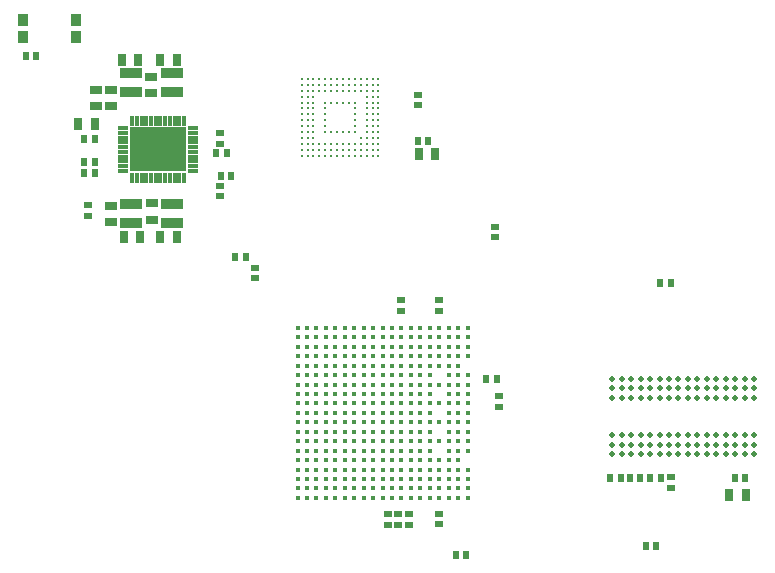
<source format=gts>
G04 Layer_Color=8388736*
%FSLAX43Y43*%
%MOMM*%
G71*
G01*
G75*
%ADD18C,0.400*%
%ADD43R,0.800X0.610*%
%ADD44R,0.610X0.800*%
%ADD45R,0.660X0.610*%
%ADD46R,0.850X1.100*%
%ADD47R,0.740X0.990*%
%ADD48R,0.610X0.660*%
%ADD49C,0.330*%
%ADD50C,0.500*%
%ADD51R,0.990X0.740*%
%ADD52R,1.900X0.900*%
%ADD53R,0.300X0.900*%
%ADD54R,4.700X3.700*%
%ADD55R,0.900X0.300*%
D18*
X35200Y58700D02*
D03*
X33600D02*
D03*
X32000D02*
D03*
X30400D02*
D03*
X28800D02*
D03*
X28000D02*
D03*
X27200D02*
D03*
X26400D02*
D03*
X25600D02*
D03*
X24800D02*
D03*
X36000Y59500D02*
D03*
X35200D02*
D03*
X34400D02*
D03*
X33600D02*
D03*
X32800D02*
D03*
X32000D02*
D03*
X31200D02*
D03*
X29600D02*
D03*
X28800D02*
D03*
X28000D02*
D03*
X27200D02*
D03*
X26400D02*
D03*
X25600D02*
D03*
X24800D02*
D03*
X35200Y60300D02*
D03*
X34400D02*
D03*
X33600D02*
D03*
X32800D02*
D03*
X32000D02*
D03*
X31200D02*
D03*
X30400D02*
D03*
X28800D02*
D03*
X28000D02*
D03*
X27200D02*
D03*
X26400D02*
D03*
X25600D02*
D03*
X24800D02*
D03*
X36000Y61100D02*
D03*
X35200D02*
D03*
X34400D02*
D03*
X33600D02*
D03*
X32800D02*
D03*
X32000D02*
D03*
X31200D02*
D03*
X29600D02*
D03*
X28800D02*
D03*
X28000D02*
D03*
X27200D02*
D03*
X26400D02*
D03*
X25600D02*
D03*
X24800D02*
D03*
X35200Y61900D02*
D03*
X34400D02*
D03*
X33600D02*
D03*
X32800D02*
D03*
X32000D02*
D03*
X31200D02*
D03*
X30400D02*
D03*
X28800D02*
D03*
X28000D02*
D03*
X27200D02*
D03*
X26400D02*
D03*
X25600D02*
D03*
X24800D02*
D03*
X36000Y62700D02*
D03*
X35200D02*
D03*
X34400D02*
D03*
X33600D02*
D03*
X32800D02*
D03*
X32000D02*
D03*
X31200D02*
D03*
X29600D02*
D03*
X28800D02*
D03*
X28000D02*
D03*
X27200D02*
D03*
X26400D02*
D03*
X25600D02*
D03*
X24800D02*
D03*
X35200Y63500D02*
D03*
X34400D02*
D03*
X33600D02*
D03*
X32800D02*
D03*
X32000D02*
D03*
X28800D02*
D03*
X28000D02*
D03*
X27200D02*
D03*
X26400D02*
D03*
X25600D02*
D03*
X24800D02*
D03*
X36000Y64300D02*
D03*
X34400D02*
D03*
X32800D02*
D03*
X28800D02*
D03*
X28000D02*
D03*
X27200D02*
D03*
X26400D02*
D03*
X25600D02*
D03*
X24800D02*
D03*
X35200Y65100D02*
D03*
X33600D02*
D03*
X32000D02*
D03*
X28800D02*
D03*
X28000D02*
D03*
X27200D02*
D03*
X26400D02*
D03*
X25600D02*
D03*
X24800D02*
D03*
X36000Y65900D02*
D03*
X35200D02*
D03*
X34400D02*
D03*
X33600D02*
D03*
X32800D02*
D03*
X32000D02*
D03*
X31200D02*
D03*
X30400D02*
D03*
X29600D02*
D03*
X28800D02*
D03*
X28000D02*
D03*
X27200D02*
D03*
X26400D02*
D03*
X25600D02*
D03*
X24800D02*
D03*
X36000Y66700D02*
D03*
X35200D02*
D03*
X34400D02*
D03*
X33600D02*
D03*
X32800D02*
D03*
X32000D02*
D03*
X31200D02*
D03*
X30400D02*
D03*
X29600D02*
D03*
X28800D02*
D03*
X28000D02*
D03*
X27200D02*
D03*
X26400D02*
D03*
X25600D02*
D03*
X24800D02*
D03*
X36000Y67500D02*
D03*
X35200D02*
D03*
X34400D02*
D03*
X33600D02*
D03*
X32800D02*
D03*
X32000D02*
D03*
X31200D02*
D03*
X30400D02*
D03*
X29600D02*
D03*
X28800D02*
D03*
X28000D02*
D03*
X27200D02*
D03*
X26400D02*
D03*
X25600D02*
D03*
X24800D02*
D03*
X36000Y68300D02*
D03*
X35200D02*
D03*
X34400D02*
D03*
X33600D02*
D03*
X32800D02*
D03*
X32000D02*
D03*
X31200D02*
D03*
X30400D02*
D03*
X29600D02*
D03*
X28800D02*
D03*
X28000D02*
D03*
X27200D02*
D03*
X26400D02*
D03*
X25600D02*
D03*
X24800D02*
D03*
X36000Y69100D02*
D03*
X35200D02*
D03*
X34400D02*
D03*
X33600D02*
D03*
X32800D02*
D03*
X32000D02*
D03*
X31200D02*
D03*
X30400D02*
D03*
X29600D02*
D03*
X28800D02*
D03*
X28000D02*
D03*
X27200D02*
D03*
X26400D02*
D03*
X25600D02*
D03*
X24800D02*
D03*
X36000Y69900D02*
D03*
X35200D02*
D03*
X34400D02*
D03*
X33600D02*
D03*
X32800D02*
D03*
X32000D02*
D03*
X31200D02*
D03*
X30400D02*
D03*
X29600D02*
D03*
X28800D02*
D03*
X28000D02*
D03*
X27200D02*
D03*
X26400D02*
D03*
X25600D02*
D03*
X24800D02*
D03*
X32800Y65100D02*
D03*
X34400D02*
D03*
X36000D02*
D03*
X32000Y64300D02*
D03*
X33600D02*
D03*
X35200D02*
D03*
X36000Y63500D02*
D03*
X30400Y62700D02*
D03*
X29600Y61900D02*
D03*
X30400Y61100D02*
D03*
X36000Y61900D02*
D03*
X29600Y60300D02*
D03*
X30400Y59500D02*
D03*
X36000Y60300D02*
D03*
X29600Y58700D02*
D03*
X31200D02*
D03*
X32800D02*
D03*
X34400D02*
D03*
X36000D02*
D03*
X37600Y58700D02*
D03*
X39200Y60300D02*
D03*
Y61900D02*
D03*
Y63500D02*
D03*
X38400Y64300D02*
D03*
X39200Y65100D02*
D03*
X37600D02*
D03*
X36800Y69900D02*
D03*
X37600D02*
D03*
X38400D02*
D03*
X39200D02*
D03*
X36800Y69100D02*
D03*
X37600D02*
D03*
X38400D02*
D03*
X39200D02*
D03*
X36800Y68300D02*
D03*
X37600D02*
D03*
X38400D02*
D03*
X39200D02*
D03*
X36800Y67500D02*
D03*
X37600D02*
D03*
X38400D02*
D03*
X39200D02*
D03*
X36800Y66700D02*
D03*
X37600D02*
D03*
X38400D02*
D03*
X37600Y65900D02*
D03*
X38400D02*
D03*
X39200D02*
D03*
X36800Y65100D02*
D03*
X38400D02*
D03*
X37600Y64300D02*
D03*
X39200D02*
D03*
X36800Y63500D02*
D03*
X37600D02*
D03*
X38400D02*
D03*
X37600Y62700D02*
D03*
X38400D02*
D03*
X39200D02*
D03*
X36800Y61900D02*
D03*
X37600D02*
D03*
X38400D02*
D03*
X37600Y61100D02*
D03*
X38400D02*
D03*
X39200D02*
D03*
X36800Y60300D02*
D03*
X37600D02*
D03*
X38400D02*
D03*
X37600Y59500D02*
D03*
X38400D02*
D03*
X39200D02*
D03*
X36800Y58700D02*
D03*
X38400D02*
D03*
Y55500D02*
D03*
X36800D02*
D03*
X39200Y56300D02*
D03*
X38400D02*
D03*
X37600D02*
D03*
X36800D02*
D03*
X38400Y57100D02*
D03*
X37600D02*
D03*
X36800D02*
D03*
X39200Y57900D02*
D03*
X38400D02*
D03*
X37600D02*
D03*
X36800D02*
D03*
X39200Y57100D02*
D03*
X37600Y55500D02*
D03*
X39200D02*
D03*
X36000Y55500D02*
D03*
X34400D02*
D03*
X32800D02*
D03*
X31200D02*
D03*
X29600D02*
D03*
X36000Y57100D02*
D03*
X30400Y56300D02*
D03*
X29600Y57100D02*
D03*
X30400Y57900D02*
D03*
X24800D02*
D03*
X25600D02*
D03*
X26400D02*
D03*
X27200D02*
D03*
X28000D02*
D03*
X28800D02*
D03*
X29600D02*
D03*
X31200D02*
D03*
X32000D02*
D03*
X32800D02*
D03*
X33600D02*
D03*
X34400D02*
D03*
X35200D02*
D03*
X36000D02*
D03*
X24800Y57100D02*
D03*
X25600D02*
D03*
X26400D02*
D03*
X27200D02*
D03*
X28000D02*
D03*
X28800D02*
D03*
X30400D02*
D03*
X31200D02*
D03*
X32000D02*
D03*
X32800D02*
D03*
X33600D02*
D03*
X34400D02*
D03*
X35200D02*
D03*
X24800Y56300D02*
D03*
X25600D02*
D03*
X26400D02*
D03*
X27200D02*
D03*
X28000D02*
D03*
X28800D02*
D03*
X29600D02*
D03*
X31200D02*
D03*
X32000D02*
D03*
X32800D02*
D03*
X33600D02*
D03*
X34400D02*
D03*
X35200D02*
D03*
X36000D02*
D03*
X24800Y55500D02*
D03*
X25600D02*
D03*
X26400D02*
D03*
X27200D02*
D03*
X28000D02*
D03*
X28800D02*
D03*
X30400D02*
D03*
X32000D02*
D03*
X33600D02*
D03*
X35200D02*
D03*
X29600Y65100D02*
D03*
X30400D02*
D03*
X31200D02*
D03*
X29600Y64300D02*
D03*
X30400D02*
D03*
X31200D02*
D03*
X29600Y63500D02*
D03*
X30400D02*
D03*
X31200D02*
D03*
D43*
X41875Y64100D02*
D03*
X41875Y63200D02*
D03*
X35025Y89625D02*
D03*
Y88725D02*
D03*
X21175Y74100D02*
D03*
Y75000D02*
D03*
X56460Y57230D02*
D03*
Y56330D02*
D03*
X18250Y81050D02*
D03*
Y81950D02*
D03*
D44*
X41670Y65580D02*
D03*
X40770D02*
D03*
X20425Y75900D02*
D03*
X19525D02*
D03*
D45*
X33590Y71350D02*
D03*
Y72250D02*
D03*
X36800Y71350D02*
D03*
Y72250D02*
D03*
X32450Y54140D02*
D03*
Y53240D02*
D03*
X33325Y54125D02*
D03*
Y53225D02*
D03*
X34200D02*
D03*
Y54125D02*
D03*
X36790Y53260D02*
D03*
Y54160D02*
D03*
X41520Y78450D02*
D03*
Y77550D02*
D03*
X18200Y86400D02*
D03*
Y85500D02*
D03*
X7100Y79400D02*
D03*
Y80300D02*
D03*
D46*
X6050Y96000D02*
D03*
Y94500D02*
D03*
X1600Y96000D02*
D03*
Y94500D02*
D03*
D47*
X35050Y84625D02*
D03*
X36450D02*
D03*
X61360Y55780D02*
D03*
X62760D02*
D03*
X13200Y92575D02*
D03*
X14600D02*
D03*
X11300D02*
D03*
X9900D02*
D03*
X10100Y77550D02*
D03*
X11500D02*
D03*
X14600D02*
D03*
X13200D02*
D03*
X7625Y87150D02*
D03*
X6225D02*
D03*
D48*
X1775Y92950D02*
D03*
X2675D02*
D03*
X34975Y85725D02*
D03*
X35875D02*
D03*
X19200Y82750D02*
D03*
X18300D02*
D03*
X51250Y57170D02*
D03*
X52150D02*
D03*
X52940D02*
D03*
X53840D02*
D03*
X38180Y50630D02*
D03*
X39080D02*
D03*
X55170Y51400D02*
D03*
X54270D02*
D03*
X55560Y57170D02*
D03*
X54660D02*
D03*
X62700D02*
D03*
X61800D02*
D03*
X55530Y73680D02*
D03*
X56430D02*
D03*
X6750Y83950D02*
D03*
X7650D02*
D03*
X6750Y83050D02*
D03*
X7650D02*
D03*
X17925Y84725D02*
D03*
X18825D02*
D03*
X7650Y85850D02*
D03*
X6750D02*
D03*
D49*
X31650Y84475D02*
D03*
X31150D02*
D03*
X30650D02*
D03*
X30150D02*
D03*
X29650D02*
D03*
X29150D02*
D03*
X28650D02*
D03*
X28150D02*
D03*
X27650D02*
D03*
X27150D02*
D03*
X26650D02*
D03*
X26150D02*
D03*
X25650D02*
D03*
X25150D02*
D03*
X31650Y84975D02*
D03*
X31150D02*
D03*
X30650D02*
D03*
X30150D02*
D03*
X29650D02*
D03*
X29150D02*
D03*
X28650D02*
D03*
X28150D02*
D03*
X27650D02*
D03*
X27150D02*
D03*
X26650D02*
D03*
X26150D02*
D03*
X25650D02*
D03*
X25150D02*
D03*
X31650Y85475D02*
D03*
X31150D02*
D03*
X30650D02*
D03*
X30150D02*
D03*
X29650D02*
D03*
X29150D02*
D03*
X28650D02*
D03*
X28150D02*
D03*
X27650D02*
D03*
X27150D02*
D03*
X26650D02*
D03*
X26150D02*
D03*
X25650D02*
D03*
X25150D02*
D03*
X31650Y85975D02*
D03*
X31150D02*
D03*
X30650D02*
D03*
X30150D02*
D03*
X26150D02*
D03*
X25650D02*
D03*
X25150D02*
D03*
X31650Y86475D02*
D03*
X31150D02*
D03*
X30650D02*
D03*
X29650D02*
D03*
X29150D02*
D03*
X28650D02*
D03*
X28150D02*
D03*
X27650D02*
D03*
X27150D02*
D03*
X26150D02*
D03*
X25650D02*
D03*
X25150D02*
D03*
X31650Y86975D02*
D03*
X31150D02*
D03*
X30650D02*
D03*
X29650D02*
D03*
X27150D02*
D03*
X26150D02*
D03*
X25650D02*
D03*
X25150D02*
D03*
X31650Y87475D02*
D03*
X31150D02*
D03*
X30650D02*
D03*
X29650D02*
D03*
X27150D02*
D03*
X26150D02*
D03*
X25650D02*
D03*
X25150D02*
D03*
X31650Y87975D02*
D03*
X31150D02*
D03*
X30650D02*
D03*
X29650D02*
D03*
X27150D02*
D03*
X26150D02*
D03*
X25650D02*
D03*
X25150D02*
D03*
X31650Y88475D02*
D03*
X31150D02*
D03*
X30650D02*
D03*
X29650D02*
D03*
X27150D02*
D03*
X26150D02*
D03*
X25650D02*
D03*
X25150D02*
D03*
X31650Y88975D02*
D03*
X31150D02*
D03*
X30650D02*
D03*
X29650D02*
D03*
X29150D02*
D03*
X28650D02*
D03*
X28150D02*
D03*
X27650D02*
D03*
X27150D02*
D03*
X26150D02*
D03*
X25650D02*
D03*
X25150D02*
D03*
X31650Y89475D02*
D03*
X31150D02*
D03*
X30650D02*
D03*
X26150D02*
D03*
X25650D02*
D03*
X25150D02*
D03*
X31650Y89975D02*
D03*
X31150D02*
D03*
X30650D02*
D03*
X30150D02*
D03*
X29650D02*
D03*
X29150D02*
D03*
X28650D02*
D03*
X28150D02*
D03*
X27650D02*
D03*
X27150D02*
D03*
X26650D02*
D03*
X26150D02*
D03*
X25650D02*
D03*
X25150D02*
D03*
X31650Y90475D02*
D03*
X31150D02*
D03*
X30650D02*
D03*
X30150D02*
D03*
X29650D02*
D03*
X29150D02*
D03*
X28650D02*
D03*
X28150D02*
D03*
X27650D02*
D03*
X27150D02*
D03*
X26650D02*
D03*
X26150D02*
D03*
X25650D02*
D03*
X25150D02*
D03*
X31650Y90975D02*
D03*
X31150D02*
D03*
X30650D02*
D03*
X30150D02*
D03*
X29650D02*
D03*
X29150D02*
D03*
X28650D02*
D03*
X28150D02*
D03*
X27650D02*
D03*
X27150D02*
D03*
X26650D02*
D03*
X26150D02*
D03*
X25650D02*
D03*
X25150D02*
D03*
D50*
X51450Y59200D02*
D03*
Y60000D02*
D03*
Y60800D02*
D03*
Y64000D02*
D03*
Y64800D02*
D03*
Y65600D02*
D03*
X52250Y59200D02*
D03*
Y60000D02*
D03*
Y60800D02*
D03*
Y64000D02*
D03*
Y64800D02*
D03*
Y65600D02*
D03*
X53050Y59200D02*
D03*
Y60000D02*
D03*
Y60800D02*
D03*
Y64000D02*
D03*
Y64800D02*
D03*
Y65600D02*
D03*
X53850Y59200D02*
D03*
Y60000D02*
D03*
Y60800D02*
D03*
Y64000D02*
D03*
Y64800D02*
D03*
Y65600D02*
D03*
X54650Y59200D02*
D03*
Y60000D02*
D03*
Y60800D02*
D03*
Y64000D02*
D03*
Y64800D02*
D03*
Y65600D02*
D03*
X55450Y59200D02*
D03*
Y60000D02*
D03*
Y60800D02*
D03*
Y64000D02*
D03*
Y64800D02*
D03*
Y65600D02*
D03*
X56250Y59200D02*
D03*
Y60000D02*
D03*
Y60800D02*
D03*
Y64000D02*
D03*
Y64800D02*
D03*
Y65600D02*
D03*
X57050Y59200D02*
D03*
Y60000D02*
D03*
Y60800D02*
D03*
Y64000D02*
D03*
Y64800D02*
D03*
Y65600D02*
D03*
X57850Y59200D02*
D03*
Y60000D02*
D03*
Y60800D02*
D03*
Y64000D02*
D03*
Y64800D02*
D03*
Y65600D02*
D03*
X58650Y59200D02*
D03*
Y60000D02*
D03*
Y60800D02*
D03*
Y64000D02*
D03*
Y64800D02*
D03*
Y65600D02*
D03*
X59450Y59200D02*
D03*
Y60000D02*
D03*
Y60800D02*
D03*
Y64000D02*
D03*
Y64800D02*
D03*
Y65600D02*
D03*
X60250Y59200D02*
D03*
Y60000D02*
D03*
Y60800D02*
D03*
Y64000D02*
D03*
Y64800D02*
D03*
Y65600D02*
D03*
X61050Y59200D02*
D03*
Y60000D02*
D03*
Y60800D02*
D03*
Y64000D02*
D03*
Y64800D02*
D03*
Y65600D02*
D03*
X61850Y59200D02*
D03*
Y60000D02*
D03*
Y60800D02*
D03*
Y64000D02*
D03*
Y64800D02*
D03*
Y65600D02*
D03*
X62650Y59200D02*
D03*
Y60000D02*
D03*
Y60800D02*
D03*
Y64000D02*
D03*
Y64800D02*
D03*
Y65600D02*
D03*
X63450Y59200D02*
D03*
Y60000D02*
D03*
Y60800D02*
D03*
Y64000D02*
D03*
Y64800D02*
D03*
Y65600D02*
D03*
D51*
X7700Y88650D02*
D03*
Y90050D02*
D03*
X8975Y88650D02*
D03*
Y90050D02*
D03*
X12425Y89750D02*
D03*
Y91150D02*
D03*
X9000Y80250D02*
D03*
Y78850D02*
D03*
X12450Y80450D02*
D03*
Y79050D02*
D03*
D52*
X10700Y89850D02*
D03*
Y91450D02*
D03*
X14150Y89850D02*
D03*
Y91450D02*
D03*
X10725Y80350D02*
D03*
Y78750D02*
D03*
X14175Y80350D02*
D03*
Y78750D02*
D03*
D53*
X15200Y82550D02*
D03*
X10800Y87450D02*
D03*
X13200D02*
D03*
X13600D02*
D03*
X14000D02*
D03*
X14400D02*
D03*
X14800D02*
D03*
X12800D02*
D03*
X12400D02*
D03*
X12000D02*
D03*
X11600D02*
D03*
X11200D02*
D03*
X10800Y82550D02*
D03*
X11200D02*
D03*
X11600D02*
D03*
X12000D02*
D03*
X12400D02*
D03*
X14800D02*
D03*
X14400D02*
D03*
X14000D02*
D03*
X13600D02*
D03*
X13200D02*
D03*
X12800D02*
D03*
X15200Y87450D02*
D03*
D54*
X13000Y85000D02*
D03*
D55*
X15950Y84800D02*
D03*
Y84400D02*
D03*
Y84000D02*
D03*
Y83600D02*
D03*
Y83200D02*
D03*
Y85200D02*
D03*
Y85600D02*
D03*
Y86000D02*
D03*
Y86400D02*
D03*
Y86800D02*
D03*
X10050D02*
D03*
Y86400D02*
D03*
Y86000D02*
D03*
Y85600D02*
D03*
Y83200D02*
D03*
Y83600D02*
D03*
Y84000D02*
D03*
Y84400D02*
D03*
Y84800D02*
D03*
Y85200D02*
D03*
M02*

</source>
